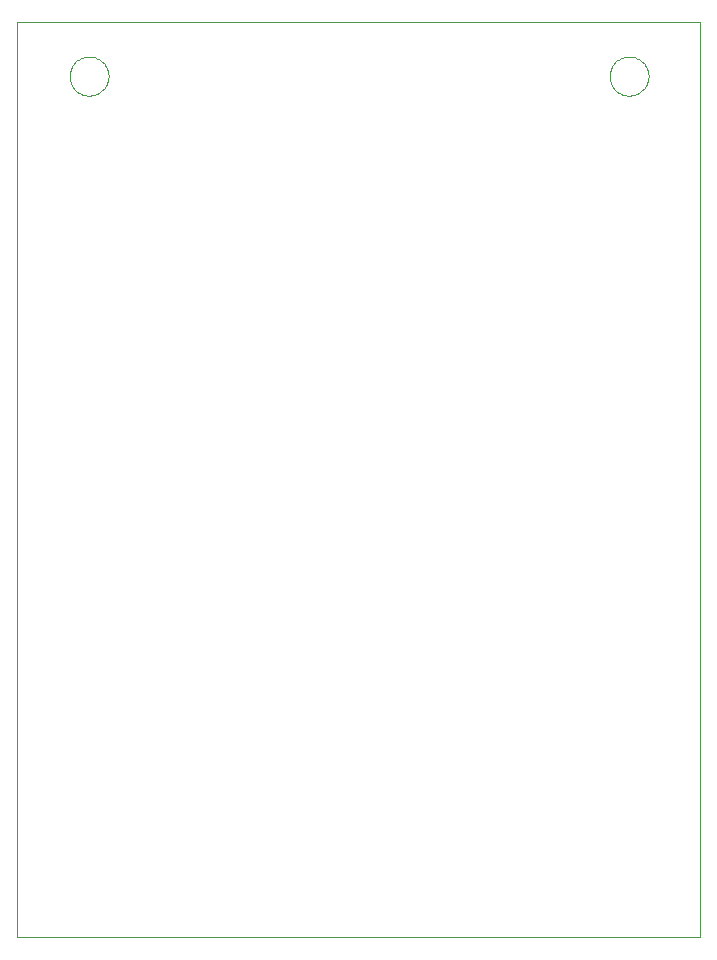
<source format=gko>
G75*
%MOIN*%
%OFA0B0*%
%FSLAX24Y24*%
%IPPOS*%
%LPD*%
%AMOC8*
5,1,8,0,0,1.08239X$1,22.5*
%
%ADD10C,0.0000*%
D10*
X000660Y000560D02*
X000660Y031056D01*
X023430Y031056D01*
X023430Y000560D01*
X000660Y000560D01*
X002410Y029260D02*
X002412Y029310D01*
X002418Y029360D01*
X002428Y029410D01*
X002441Y029458D01*
X002458Y029506D01*
X002479Y029552D01*
X002503Y029596D01*
X002531Y029638D01*
X002562Y029678D01*
X002596Y029715D01*
X002633Y029750D01*
X002672Y029781D01*
X002713Y029810D01*
X002757Y029835D01*
X002803Y029857D01*
X002850Y029875D01*
X002898Y029889D01*
X002947Y029900D01*
X002997Y029907D01*
X003047Y029910D01*
X003098Y029909D01*
X003148Y029904D01*
X003198Y029895D01*
X003246Y029883D01*
X003294Y029866D01*
X003340Y029846D01*
X003385Y029823D01*
X003428Y029796D01*
X003468Y029766D01*
X003506Y029733D01*
X003541Y029697D01*
X003574Y029658D01*
X003603Y029617D01*
X003629Y029574D01*
X003652Y029529D01*
X003671Y029482D01*
X003686Y029434D01*
X003698Y029385D01*
X003706Y029335D01*
X003710Y029285D01*
X003710Y029235D01*
X003706Y029185D01*
X003698Y029135D01*
X003686Y029086D01*
X003671Y029038D01*
X003652Y028991D01*
X003629Y028946D01*
X003603Y028903D01*
X003574Y028862D01*
X003541Y028823D01*
X003506Y028787D01*
X003468Y028754D01*
X003428Y028724D01*
X003385Y028697D01*
X003340Y028674D01*
X003294Y028654D01*
X003246Y028637D01*
X003198Y028625D01*
X003148Y028616D01*
X003098Y028611D01*
X003047Y028610D01*
X002997Y028613D01*
X002947Y028620D01*
X002898Y028631D01*
X002850Y028645D01*
X002803Y028663D01*
X002757Y028685D01*
X002713Y028710D01*
X002672Y028739D01*
X002633Y028770D01*
X002596Y028805D01*
X002562Y028842D01*
X002531Y028882D01*
X002503Y028924D01*
X002479Y028968D01*
X002458Y029014D01*
X002441Y029062D01*
X002428Y029110D01*
X002418Y029160D01*
X002412Y029210D01*
X002410Y029260D01*
X020410Y029260D02*
X020412Y029310D01*
X020418Y029360D01*
X020428Y029410D01*
X020441Y029458D01*
X020458Y029506D01*
X020479Y029552D01*
X020503Y029596D01*
X020531Y029638D01*
X020562Y029678D01*
X020596Y029715D01*
X020633Y029750D01*
X020672Y029781D01*
X020713Y029810D01*
X020757Y029835D01*
X020803Y029857D01*
X020850Y029875D01*
X020898Y029889D01*
X020947Y029900D01*
X020997Y029907D01*
X021047Y029910D01*
X021098Y029909D01*
X021148Y029904D01*
X021198Y029895D01*
X021246Y029883D01*
X021294Y029866D01*
X021340Y029846D01*
X021385Y029823D01*
X021428Y029796D01*
X021468Y029766D01*
X021506Y029733D01*
X021541Y029697D01*
X021574Y029658D01*
X021603Y029617D01*
X021629Y029574D01*
X021652Y029529D01*
X021671Y029482D01*
X021686Y029434D01*
X021698Y029385D01*
X021706Y029335D01*
X021710Y029285D01*
X021710Y029235D01*
X021706Y029185D01*
X021698Y029135D01*
X021686Y029086D01*
X021671Y029038D01*
X021652Y028991D01*
X021629Y028946D01*
X021603Y028903D01*
X021574Y028862D01*
X021541Y028823D01*
X021506Y028787D01*
X021468Y028754D01*
X021428Y028724D01*
X021385Y028697D01*
X021340Y028674D01*
X021294Y028654D01*
X021246Y028637D01*
X021198Y028625D01*
X021148Y028616D01*
X021098Y028611D01*
X021047Y028610D01*
X020997Y028613D01*
X020947Y028620D01*
X020898Y028631D01*
X020850Y028645D01*
X020803Y028663D01*
X020757Y028685D01*
X020713Y028710D01*
X020672Y028739D01*
X020633Y028770D01*
X020596Y028805D01*
X020562Y028842D01*
X020531Y028882D01*
X020503Y028924D01*
X020479Y028968D01*
X020458Y029014D01*
X020441Y029062D01*
X020428Y029110D01*
X020418Y029160D01*
X020412Y029210D01*
X020410Y029260D01*
M02*

</source>
